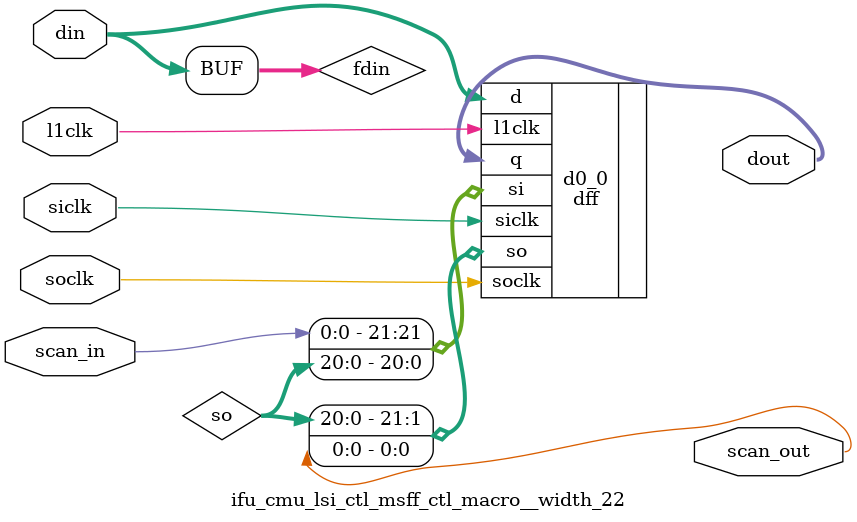
<source format=v>
module ifu_cmu_lsi_ctl (
  tcu_scan_en, 
  l2clk, 
  scan_in, 
  tcu_pce_ov, 
  spc_aclk, 
  spc_bclk, 
  const_cpuid, 
  mct_early_req, 
  ftu_cmiss, 
  ftu_rep_way, 
  ftu_thrx_un_cacheable, 
  ifu_l15_addr, 
  csm_valid_req, 
  l15_spc_data1, 
  l15_spc_cpkt, 
  l15_ifu_valid, 
  l15_ifu_grant, 
  lsu_ifu_ld_index, 
  cmu_fill_paddr, 
  mdp_lsi_nc_bit, 
  mdp_lsi_inv_bit, 
  mdp_lsi_rway, 
  lsu_ifu_cmu_pmen, 
  lsc_fill_rtn1, 
  lsc_fill_rtn2, 
  lsc_req_sel, 
  lsc_pending_req, 
  lsc_l15_valid, 
  lsc_data_sel, 
  cmu_any_data_ready, 
  cmu_any_un_cacheable, 
  cmu_data_ready, 
  cmu_inst0_v, 
  cmu_inst1_v, 
  cmu_inst2_v, 
  cmu_inst3_v, 
  cmu_icache_invalidate, 
  cmu_icache_invalidate_way, 
  cmu_icache_invalidate_index, 
  cmu_evic_invalidate, 
  cmu_icache_inv_way1, 
  cmu_inval_ack, 
  cmu_l2_err, 
  cmu_l2miss, 
  ifu_l15_valid, 
  ifu_l15_cpkt, 
  lsc_clken, 
  ifu_lsu_if_vld, 
  ifu_lsu_if_tid, 
  ifu_lsu_if_addr, 
  scan_out) ;
wire pce_ov;
wire stop;
wire siclk;
wire soclk;
wire se;
wire l1clk;
wire go_to_l15_empty;
wire l15_one_buff_state;
wire l15_empty_state;
wire leave_l15_empty;
wire next_l15_empty;
wire next_l15_empty_;
wire empty_state_reg_scanin;
wire empty_state_reg_scanout;
wire l15_empty_state_;
wire go_to_l15_one_buff;
wire l15_hold_state;
wire leave_l15_one_buff;
wire next_l15_one_buff;
wire one_buff_state_reg_scanin;
wire one_buff_state_reg_scanout;
wire go_to_l15_hold;
wire leave_l15_hold;
wire next_l15_hold;
wire l15_hold_state_reg_scanin;
wire l15_hold_state_reg_scanout;
wire gkt_room_avail_in;
wire [7:0] csm_rqv;
wire lsc_early_req;
wire [2:0] req_sel_tid;
wire [2:0] cmiss_tid;
wire ifu_l15_valid_in;
wire [7:0] lsc_l15_valid_in;
wire [2:0] ifu_l15_tid_in;
wire [2:0] ifu_l15_rway_in;
wire ifu_l15_nc_in;
wire ifu_l15_inv_in;
wire tg0_selected_in;
wire tg1_selected_in;
wire ifu_l15_valid_reg_scanin;
wire ifu_l15_valid_reg_scanout;
wire tg0_selected;
wire tg1_selected;
wire lsc_l15_valid_reg_scanin;
wire lsc_l15_valid_reg_scanout;
wire [7:0] lsc_l15_pre_valid;
wire lsc_req_sel_reg_scanin;
wire lsc_req_sel_reg_scanout;
wire [7:0] lsc_req_sel_lat;
wire lsc_cpkt_reg_scanin;
wire lsc_cpkt_reg_scanout;
wire [2:0] cpuid;
wire [2:0] ifu_l15_rway;
wire ifu_l15_nc;
wire ifu_l15_inv;
wire [2:0] ifu_l15_tid;
wire ifu_lsu_lat_scanin;
wire ifu_lsu_lat_scanout;
wire favor_tg1_in;
wire favor_tg1;
wire favour_bit_reg_scanin;
wire favour_bit_reg_scanout;
wire [3:0] thr_ptr0;
wire [3:0] thr_ptr0_lat;
wire thr_ptr0_lat_0_;
wire [7:4] thr_ptr1;
wire [7:4] thr_ptr1_lat;
wire thr_ptr1_lat_4_;
wire thr_ptr0_0_;
wire thr_ptr1_4_;
wire ptr0_reg_scanin;
wire ptr0_reg_scanout;
wire ptr1_reg_scanin;
wire ptr1_reg_scanout;
wire [7:0] req_bit;
wire tg0_valid;
wire tg1_valid;
wire sel_tg1;
wire reg_pmen_scanin;
wire reg_pmen_scanout;
wire ifu_pmen;
wire [3:0] l15_rtn_type;
wire fill_return;
wire cmu_nc_f4b;
wire second_pkt;
wire second_pkt_in;
wire sec_pkt_lat_scanin;
wire sec_pkt_lat_scanout;
wire [1:0] cmu_l2_err_pkt1_in;
wire stg_r1_lat0_scanin;
wire stg_r1_lat0_scanout;
wire [1:0] cmu_l2_err_pkt1;
wire cmu_l2miss_in;
wire cmu_inst0_v_in;
wire cmu_inst1_v_in;
wire cmu_inst2_v_in;
wire cmu_inst3_v_in;
wire cmu_inst_reg_scanin;
wire cmu_inst_reg_scanout;
wire [31:0] store_inval_vector;
wire [31:0] evic_inv_vec_0;
wire [31:0] evic_inv_vec_1;
wire take_strm_store_ack;
wire take_store_ack;
wire take_inval_ack;
wire take_load_return;
wire take_evic_inv;
wire [7:0] cmu_inval_ack_din;
wire [3:0] inv_vector;
wire evic_i_inv_0_true;
wire [2:0] evic_inv_way0;
wire evic_i_inv_1_true;
wire [2:0] evic_inv_way1;
wire str_strm_invalidate;
wire cross_invalidate;
wire evic_invalidate_w0;
wire evic_invalidate_w1;
wire evic_invalidate_w01;
wire evic_invalidate_any;
wire [2:0] evic_way0;
wire [10:5] evic_index;
wire cmu_icache_invalidate_din;
wire [2:0] cmu_icache_invalidate_way_din;
wire [10:5] cmu_icache_invalidate_index_din;
wire cmu_evic_invalidate_din;
wire [2:0] cmu_icache_inv_way1_din;
wire stg_r1_lat_scanin;
wire stg_r1_lat_scanout;
wire [23:0] l15_spc_data_55_32_unused;
wire [15:0] l15_spc_data_111_96_unused;
wire [4:0] l15_spc_data_121_117_unused;
wire [2:0] l15_spc_data_127_125_unused;
wire [1:0] l15_spc_cpkt_1_0_unused;
wire l15_spc_cpkt_13_unused;
wire spares_so_0;
wire spares_scanout;
wire spares_scanin;
wire out;
wire q;


input tcu_scan_en ;
input l2clk;
input scan_in;
input tcu_pce_ov;               // scan signals
input spc_aclk;
input spc_bclk;

input [2:0]   const_cpuid;
input mct_early_req;
input [7:0] ftu_cmiss;                //from ftu tsm
input [2:0]   ftu_rep_way;            // incoming replacement way from ftu
input         ftu_thrx_un_cacheable;  // incoming cacheable bit from ftu


input [10:5]  ifu_l15_addr;
input [7:0]   csm_valid_req;


input [127:0] l15_spc_data1;
input [17:0]  l15_spc_cpkt;
input         l15_ifu_valid;
input         l15_ifu_grant;           //ACK from gkt when req is accepted

input [10:5]  lsu_ifu_ld_index;        // on a load retn, lsu sends load index for cross invalidates, 

input [4:2]   cmu_fill_paddr;      //bits {4,3,2} of the fill phys addr

input         mdp_lsi_nc_bit;          // Cacheable bit from Missbuffer
input         mdp_lsi_inv_bit;         // Inv req bit from Missbuffer
input [2:0]   mdp_lsi_rway;            // way information from missbuffer

input         lsu_ifu_cmu_pmen;


output        lsc_fill_rtn1;            //enable for fill ready data to lsi_dp
output        lsc_fill_rtn2;            //enable for fill ready data to lsi_dp
output [7:0]  lsc_req_sel;              // selected thread from pending requests
output        lsc_pending_req;
output [7:0]  lsc_l15_valid;             //req for thr0 ACKed by LSU, to TSM (indicates req accepted)

output [7:0]  lsc_data_sel;            // decoded selects for muxing out instructions


output        cmu_any_data_ready;
output        cmu_any_un_cacheable;

output [7:0]  cmu_data_ready;          //data ready for thr0

output        cmu_inst0_v;          // valid for instruction 0
output        cmu_inst1_v;          // valid for instruction 1
output        cmu_inst2_v;          // valid for instruction 2
output        cmu_inst3_v;          // valid for instruction 3

output        cmu_icache_invalidate;                     //invalidate icache request
output [2:0]  cmu_icache_invalidate_way;          
output [10:5] cmu_icache_invalidate_index;

output        cmu_evic_invalidate;                      // eviction invalidation
output [2:0]  cmu_icache_inv_way1;

output [7:0]  cmu_inval_ack;
output [1:0]  cmu_l2_err;
output        cmu_l2miss;                              // l2miss indicator on rtn pkt

output        ifu_l15_valid;             // ifu_l15_valid, valid pcx pkt
output [7:0] ifu_l15_cpkt;

output        lsc_clken;

// **** LSU Interface ****
output        ifu_lsu_if_vld;
output [2:0]  ifu_lsu_if_tid;
output [10:5] ifu_lsu_if_addr;

output        scan_out;


// scan renames
assign pce_ov = tcu_pce_ov;
assign stop = 1'b0;
assign siclk = spc_aclk;
assign soclk = spc_bclk;
assign se = tcu_scan_en ;
// end scan


///////////////////////////////////////////////////
// clock header
///////////////////////////////////////////////////
ifu_cmu_lsi_ctl_l1clkhdr_ctl_macro clkgen (
 .l2clk(l2clk),
 .l1en (1'b1 ),
 .l1clk(l1clk),
  .pce_ov(pce_ov),
  .stop(stop),
  .se(se)
);

/////////////////////////////////////////////////////////
// Create a state_machine to keep track of L15 buffers //
/////////////////////////////////////////////////////////
// Empty state: L15 has both IFU buffers empty. IFU    //
// can send two requests back to back.                 //
/////////////////////////////////////////////////////////
assign go_to_l15_empty = (l15_one_buff_state & l15_ifu_grant & ~ifu_l15_valid) | 
                         (l15_empty_state    & ~ifu_l15_valid) ;
assign leave_l15_empty = (l15_empty_state    &  ifu_l15_valid) ;

assign next_l15_empty = (go_to_l15_empty & ~leave_l15_empty) ;
assign next_l15_empty_ = ~next_l15_empty ;

ifu_cmu_lsi_ctl_msff_ctl_macro__width_1 empty_state_reg  (
 .scan_in(empty_state_reg_scanin),
 .scan_out(empty_state_reg_scanout),
 .l1clk( l1clk ),
 .din  (next_l15_empty_),
 .dout (l15_empty_state_),
  .siclk(siclk),
  .soclk(soclk)
);

assign l15_empty_state = ~l15_empty_state_ ;

/////////////////////////////////////////////////////////
// One buffer state: L15 has one buffer empty. We can  //
// send only one more request before we get grants.    //
/////////////////////////////////////////////////////////
assign go_to_l15_one_buff = (l15_hold_state  & l15_ifu_grant & ~ifu_l15_valid)     |  // Coming back from hold state
                            (l15_empty_state & ifu_l15_valid)                      |  // Coming from empty state
                            (l15_one_buff_state & ~ifu_l15_valid & ~l15_ifu_grant) |  // Nothing happened: stay in this state
                            (l15_one_buff_state &  ifu_l15_valid &  l15_ifu_grant) ;  // Request accepted and new one issued

assign leave_l15_one_buff = (l15_one_buff_state &  l15_ifu_grant & ~ifu_l15_valid) |
                            (l15_one_buff_state & ~l15_ifu_grant &  ifu_l15_valid) ;                         

assign next_l15_one_buff = go_to_l15_one_buff & ~leave_l15_one_buff ;

ifu_cmu_lsi_ctl_msff_ctl_macro__width_1 one_buff_state_reg  (
 .scan_in(one_buff_state_reg_scanin),
 .scan_out(one_buff_state_reg_scanout),
 .l1clk( l1clk ),
 .din  (next_l15_one_buff),
 .dout (l15_one_buff_state),
  .siclk(siclk),
  .soclk(soclk)
);

/////////////////////////////////////////////////////////
// Hold state: L15 has no more room for IFU requests.  //
// Do not send any more requests until l15_ifu_grant is//
// recieved.                                           //
/////////////////////////////////////////////////////////
assign go_to_l15_hold = (l15_one_buff_state & ifu_l15_valid & ~l15_ifu_grant) |
                        (l15_hold_state     & ifu_l15_valid &  l15_ifu_grant) |
                        (l15_hold_state     & ~l15_ifu_grant) ;

assign leave_l15_hold = (l15_hold_state & ~ifu_l15_valid & l15_ifu_grant) ;

assign next_l15_hold  =  go_to_l15_hold & ~leave_l15_hold ;
ifu_cmu_lsi_ctl_msff_ctl_macro__width_1 l15_hold_state_reg  (
 .scan_in(l15_hold_state_reg_scanin),
 .scan_out(l15_hold_state_reg_scanout),
 .l1clk( l1clk ),
 .din  (next_l15_hold),
 .dout (l15_hold_state),
  .siclk(siclk),
  .soclk(soclk)
);

// ok to send a request to gkt next cycle.
assign gkt_room_avail_in   = next_l15_empty | next_l15_one_buff ;

///////////////////////////////////////////////////
// Select request sent  to gkt.
// If there are no pending requests, and a new request is coming
// in this cycle, then the new request can be sent out to
// gasket next cycle (cycle after C stage).
// This is called "early_request".
// Only cmiss can be an early request. Inval req cannot be sent out
// early.
// If there are pending requests, then the pending request will
// have higher priority and it will get sent out.
// On reset, select_pending_req will be 0.
///////////////////////////////////////////////////

// Qualify the pending requests with the request sent last cycle.
// Thread remains in REQ_ST the cycle it is being launched to
// gkt.
// We do not want it to take part in arbitration again.

//0in bits_on -var {lsc_l15_valid_in[7:0]} -max 1

assign csm_rqv[7:0] = csm_valid_req[7:0] & ~lsc_l15_valid[7:0] ; 

assign lsc_pending_req = |(csm_rqv[7:0]);
assign lsc_early_req = mct_early_req;

assign req_sel_tid[0] = lsc_req_sel[1] | lsc_req_sel[3] | lsc_req_sel[5] | lsc_req_sel[7];
assign req_sel_tid[1] = lsc_req_sel[2] | lsc_req_sel[3] | lsc_req_sel[6] | lsc_req_sel[7];
assign req_sel_tid[2] = lsc_req_sel[4] | lsc_req_sel[5] | lsc_req_sel[6] | lsc_req_sel[7];

assign cmiss_tid[0] = ftu_cmiss[1] | ftu_cmiss[3] | ftu_cmiss[5] | ftu_cmiss[7];
assign cmiss_tid[1] = ftu_cmiss[2] | ftu_cmiss[3] | ftu_cmiss[6] | ftu_cmiss[7];
assign cmiss_tid[2] = ftu_cmiss[4] | ftu_cmiss[5] | ftu_cmiss[6] | ftu_cmiss[7];

assign ifu_l15_valid_in = (lsc_pending_req | lsc_early_req) & gkt_room_avail_in;

assign lsc_l15_valid_in[7:0] = ({8{lsc_pending_req }} & lsc_req_sel[7:0]) |
                               ({8{~lsc_pending_req}} & ftu_cmiss[7:0]);

assign ifu_l15_tid_in[2:0]  =  ({3{lsc_pending_req }} & req_sel_tid[2:0]) |
                               ({3{~lsc_pending_req}} & cmiss_tid[2:0]);

assign ifu_l15_rway_in[2:0] =  ({3{lsc_pending_req }} & mdp_lsi_rway[2:0]) |
                               ({3{~lsc_pending_req}} & ftu_rep_way[2:0]);

assign ifu_l15_nc_in = (lsc_pending_req  & mdp_lsi_nc_bit) |
                       (~lsc_pending_req & ftu_thrx_un_cacheable);

// inval req cannot be sent early
assign ifu_l15_inv_in = lsc_pending_req & mdp_lsi_inv_bit;

assign tg0_selected_in = |(lsc_req_sel[3:0]) & gkt_room_avail_in;
assign tg1_selected_in = |(lsc_req_sel[7:4]) & gkt_room_avail_in;

ifu_cmu_lsi_ctl_msff_ctl_macro__width_3 ifu_l15_valid_reg  (
 .scan_in(ifu_l15_valid_reg_scanin),
 .scan_out(ifu_l15_valid_reg_scanout),
 .l1clk( l1clk ),
 .din  ({ifu_l15_valid_in, tg0_selected_in, tg1_selected_in}),
 .dout ({ifu_l15_valid, tg0_selected, tg1_selected}),
  .siclk(siclk),
  .soclk(soclk)
);

ifu_cmu_lsi_ctl_msff_ctl_macro__width_8 lsc_l15_valid_reg  (
 .scan_in(lsc_l15_valid_reg_scanin),
 .scan_out(lsc_l15_valid_reg_scanout),
 .l1clk( l1clk ),
 .din  (lsc_l15_valid_in[7:0]),
 .dout (lsc_l15_pre_valid[7:0]),
  .siclk(siclk),
  .soclk(soclk)
);

ifu_cmu_lsi_ctl_msff_ctl_macro__width_8 lsc_req_sel_reg  (
 .scan_in(lsc_req_sel_reg_scanin),
 .scan_out(lsc_req_sel_reg_scanout),
 .l1clk( l1clk ),
 .din  (lsc_req_sel[7:0]),
 .dout (lsc_req_sel_lat[7:0]),
  .siclk(siclk),
  .soclk(soclk)
);

ifu_cmu_lsi_ctl_msff_ctl_macro__width_11 lsc_cpkt_reg  (
 .scan_in(lsc_cpkt_reg_scanin),
 .scan_out(lsc_cpkt_reg_scanout),
 .l1clk( l1clk ),
 .din  ({const_cpuid[2:0],  ifu_l15_rway_in[2:0], ifu_l15_nc_in, ifu_l15_inv_in, ifu_l15_tid_in[2:0]}),
 .dout ({cpuid[2:0], ifu_l15_rway[2:0], ifu_l15_nc, ifu_l15_inv, ifu_l15_tid[2:0]}),
  .siclk(siclk),
  .soclk(soclk)
);

assign lsc_l15_valid[7:0] = lsc_l15_pre_valid[7:0] & {8{ifu_l15_valid}};

//assign ifu_l15_cpkt[25:0] = {ifu_l15_valid, ifu_l15_req_type[4:0], ifu_l15_nc, ifu_l15_cpuid[2:0], 
//                             ifu_l15_tid[2:0], ifu_l15_inv, ifu_l15_pf, ifu_l15_rway[2:0], ifu_l15_size[7:0]};

// Actual ifu_l15_cpkt has following fields
// ifu_l15_cpkt[25]   = ifu_l15_valid
// ifu_l15_cpkt[24:20] = ifu_l15_req_type[4:0] = 5'b10000
// ifu_l15_cpkt[19]   = ifu_l15_nc
// ifu_l15_cpkt[18:16] = ifu_l15_cpuid[2:0]
// ifu_l15_cpkt[15:13] = ifu_l15_tid[2:0]
// ifu_l15_cpkt[12]    = ifu_l15_inv
// ifu_l15_cpkt[11]    = ifu_l15_pf = 0
// ifu_l15_cpkt[10:8] = ifu_l15_rway[2:0]
// ifu_l15_cpkt[7:0] = ifu_l15_size[7:0] = 0

// ifu_l15_cpkt is compressed to 8 bits. gkt converts this to final ifu packet
assign ifu_l15_cpkt[7:0] = {ifu_l15_nc, ifu_l15_inv, ifu_l15_rway[2:0], ifu_l15_tid[2:0]};



///////////////////////////////////////////////////
// Generating following signals for LSU cross_invalidate
///////////////////////////////////////////////////
ifu_cmu_lsi_ctl_msff_ctl_macro__width_10 ifu_lsu_lat  (
 .scan_in(ifu_lsu_lat_scanin),
 .scan_out(ifu_lsu_lat_scanout),
 .l1clk( l1clk ),
 .din  ({ifu_l15_valid,
         ifu_l15_tid[2:0],
         ifu_l15_addr[10:5]}),
 .dout ({ifu_lsu_if_vld,
         ifu_lsu_if_tid[2:0],
         ifu_lsu_if_addr[10:5]}),
  .siclk(siclk),
  .soclk(soclk)
);


///////////////////////////////////////////////////
// Logic for selecting pending request
///////////////////////////////////////////////////
// Thread are divided into two groups.
// A single favor bit will select alternatingly between the 2 groups.
// Within a group, the threads will be prioritized based on a 4-bit rotating pointer.
// The pointer always points to the thread with highest priority, and it gets updated
// when a thread gets selected. The pointer updates such that the selected thread will
// have the least priority.

// The group is selected based on a favor bit.
// The favor bit is updated based on what was selected last cycle

assign favor_tg1_in = (favor_tg1 & ~tg1_selected) | tg0_selected;

ifu_cmu_lsi_ctl_msff_ctl_macro__width_1 favour_bit_reg  (
 .scan_in(favour_bit_reg_scanin),
 .scan_out(favour_bit_reg_scanout),
 .l1clk( l1clk ),
 .din  (favor_tg1_in),
 .dout (favor_tg1),
  .siclk(siclk),
  .soclk(soclk)
);

///////////////////////////////////////////////////
// Form the rotating pointer used to prioritize among threads
// The pointer is updated when a thread group is selected, in a way that
// gives the selected thread the least priority
///////////////////////////////////////////////////
assign thr_ptr0[3:0] = tg0_selected ? ({lsc_req_sel_lat[2:0],lsc_req_sel_lat[3]}): {thr_ptr0_lat[3:1],thr_ptr0_lat_0_};
assign thr_ptr1[7:4] = tg1_selected ? ({lsc_req_sel_lat[6:4],lsc_req_sel_lat[7]}): {thr_ptr1_lat[7:5],thr_ptr1_lat_4_};

assign thr_ptr0_0_ = ~thr_ptr0[0];
assign thr_ptr1_4_ = ~thr_ptr1[4];

ifu_cmu_lsi_ctl_msff_ctl_macro__width_4 ptr0_reg  (
 .scan_in(ptr0_reg_scanin),
 .scan_out(ptr0_reg_scanout),
 .l1clk( l1clk ),
 .din  ({thr_ptr0[3:1],thr_ptr0_0_}),
 .dout ({thr_ptr0_lat[3:0]}),
  .siclk(siclk),
  .soclk(soclk)
);

ifu_cmu_lsi_ctl_msff_ctl_macro__width_4 ptr1_reg  (
 .scan_in(ptr1_reg_scanin),
 .scan_out(ptr1_reg_scanout),
 .l1clk( l1clk ),
 .din  ({thr_ptr1[7:5],thr_ptr1_4_}),
 .dout ({thr_ptr1_lat[7:4]}),
  .siclk(siclk),
  .soclk(soclk)
);

assign thr_ptr0_lat_0_ = ~thr_ptr0_lat[0];
assign thr_ptr1_lat_4_ = ~thr_ptr1_lat[4];

///////////////////////////////////////////////////
// select a thread based on the pointer value
///////////////////////////////////////////////////
assign req_bit[0] = (thr_ptr0[1] & ~csm_rqv[1] & ~csm_rqv[2] & ~csm_rqv[3] & csm_rqv[0]) |
                    (thr_ptr0[2] &               ~csm_rqv[2] & ~csm_rqv[3] & csm_rqv[0]) |
                    (thr_ptr0[3] &                             ~csm_rqv[3] & csm_rqv[0]) |
                    (thr_ptr0[0] &                                           csm_rqv[0]);

                    
assign req_bit[1] = (thr_ptr0[2] & ~csm_rqv[2] & ~csm_rqv[3] & ~csm_rqv[0] & csm_rqv[1]) |
                    (thr_ptr0[3] &               ~csm_rqv[3] & ~csm_rqv[0] & csm_rqv[1]) | 
                    (thr_ptr0[0] &                             ~csm_rqv[0] & csm_rqv[1]) |
                    (thr_ptr0[1] &                                           csm_rqv[1]);

                    
assign req_bit[2] = (thr_ptr0[3] & ~csm_rqv[3] & ~csm_rqv[0] & ~csm_rqv[1] & csm_rqv[2]) |
                    (thr_ptr0[0] &               ~csm_rqv[0] & ~csm_rqv[1] & csm_rqv[2]) |
                    (thr_ptr0[1] &                             ~csm_rqv[1] & csm_rqv[2]) |
                    (thr_ptr0[2] &                                           csm_rqv[2]);
                    

assign req_bit[3] = (thr_ptr0[0] & ~csm_rqv[0] & ~csm_rqv[1] & ~csm_rqv[2] & csm_rqv[3]) |
                    (thr_ptr0[1] &               ~csm_rqv[1] & ~csm_rqv[2] & csm_rqv[3]) |
                    (thr_ptr0[2] &                             ~csm_rqv[2] & csm_rqv[3]) |
                    (thr_ptr0[3] &                                           csm_rqv[3]);

                    

assign req_bit[4] = (thr_ptr1[5] & ~csm_rqv[5] & ~csm_rqv[6] & ~csm_rqv[7] & csm_rqv[4]) |
                    (thr_ptr1[6] &               ~csm_rqv[6] & ~csm_rqv[7] & csm_rqv[4]) |
                    (thr_ptr1[7] &                             ~csm_rqv[7] & csm_rqv[4]) |
                    (thr_ptr1[4] &                                           csm_rqv[4]);


assign req_bit[5] = (thr_ptr1[6] & ~csm_rqv[6] & ~csm_rqv[7] & ~csm_rqv[4] & csm_rqv[5]) |
                    (thr_ptr1[7] &               ~csm_rqv[7] & ~csm_rqv[4] & csm_rqv[5]) | 
                    (thr_ptr1[4] &                             ~csm_rqv[4] & csm_rqv[5]) |
                    (thr_ptr1[5] &                                           csm_rqv[5]);
                    

assign req_bit[6] = (thr_ptr1[7] & ~csm_rqv[7] & ~csm_rqv[4] & ~csm_rqv[5] & csm_rqv[6]) |
                    (thr_ptr1[4] &               ~csm_rqv[4] & ~csm_rqv[5] & csm_rqv[6]) |
                    (thr_ptr1[5] &                             ~csm_rqv[5] & csm_rqv[6]) |
                    (thr_ptr1[6] &                                           csm_rqv[6]);
 

assign req_bit[7] = (thr_ptr1[4] & ~csm_rqv[4] & ~csm_rqv[5] & ~csm_rqv[6] & csm_rqv[7]) |
                    (thr_ptr1[5] &               ~csm_rqv[5] & ~csm_rqv[6] & csm_rqv[7]) |
                    (thr_ptr1[6] &                             ~csm_rqv[6] & csm_rqv[7]) |
                    (thr_ptr1[7] &                                           csm_rqv[7]);


// select the req based on favor bits
assign tg0_valid = |(csm_rqv[3:0]);
assign tg1_valid = |(csm_rqv[7:4]);

assign sel_tg1 = (favor_tg1_in & tg1_valid) | ~tg0_valid;

assign lsc_req_sel[7:0] = ({8{sel_tg1}} & {req_bit[7:4],4'b0000}) |
                          ({8{~sel_tg1}} & {4'b0000,req_bit[3:0]});

// update tg0/tg1 pointers

///////////////////////////////////////////////////
///////////////////////////////////////////////////

///////////////////////////////////////////////////
// RETURN DATA TO IFU
///////////////////////////////////////////////////
// Decode l15_rtn_type opcode and generate enables
// for fill data registers in DP block.
///////////////////////////////////////////////////
ifu_cmu_lsi_ctl_msff_ctl_macro__width_1 reg_pmen  (
 .scan_in(reg_pmen_scanin),
 .scan_out(reg_pmen_scanout),
 .l1clk( l1clk ),
 .din  (lsu_ifu_cmu_pmen),
 .dout (ifu_pmen),
  .siclk(siclk),
  .soclk(soclk)
);

// decode return pkt

assign lsc_clken = l15_ifu_valid | ~ifu_pmen;

assign l15_rtn_type[3:0] = l15_spc_cpkt[17:14];

assign fill_return = ~l15_rtn_type[2] & ~l15_rtn_type[1] & l15_rtn_type[0] & l15_ifu_valid; 

assign cmu_nc_f4b = l15_spc_cpkt[9] & l15_spc_cpkt[2];

assign lsc_fill_rtn1 = fill_return & ~second_pkt;
assign lsc_fill_rtn2 = (fill_return & second_pkt) | (fill_return & cmu_nc_f4b);

// set up state for second pkt of a two pkt ifill return.
// non-cacheable and f4b ifill returns (nc_f4b_r0) are single pkt.
assign second_pkt_in = ((second_pkt & ~fill_return) | (~second_pkt & fill_return & ~cmu_nc_f4b)) & ~(second_pkt & fill_return);
 
ifu_cmu_lsi_ctl_msff_ctl_macro__width_1 sec_pkt_lat  (
 .scan_in(sec_pkt_lat_scanin),
 .scan_out(sec_pkt_lat_scanout),
 .l1clk(l1clk),
 .din  (second_pkt_in),
 .dout (second_pkt),
  .siclk(siclk),
  .soclk(soclk)
);
 

assign cmu_data_ready[0] = ~l15_spc_cpkt[8] & ~l15_spc_cpkt[7] & ~l15_spc_cpkt[6] & lsc_fill_rtn2;
assign cmu_data_ready[1] = ~l15_spc_cpkt[8] & ~l15_spc_cpkt[7] &  l15_spc_cpkt[6] & lsc_fill_rtn2;
assign cmu_data_ready[2] = ~l15_spc_cpkt[8] &  l15_spc_cpkt[7] & ~l15_spc_cpkt[6] & lsc_fill_rtn2;
assign cmu_data_ready[3] = ~l15_spc_cpkt[8] &  l15_spc_cpkt[7] &  l15_spc_cpkt[6] & lsc_fill_rtn2;
assign cmu_data_ready[4] =  l15_spc_cpkt[8] & ~l15_spc_cpkt[7] & ~l15_spc_cpkt[6] & lsc_fill_rtn2;
assign cmu_data_ready[5] =  l15_spc_cpkt[8] & ~l15_spc_cpkt[7] &  l15_spc_cpkt[6] & lsc_fill_rtn2;
assign cmu_data_ready[6] =  l15_spc_cpkt[8] &  l15_spc_cpkt[7] & ~l15_spc_cpkt[6] & lsc_fill_rtn2;
assign cmu_data_ready[7] =  l15_spc_cpkt[8] &  l15_spc_cpkt[7] &  l15_spc_cpkt[6] & lsc_fill_rtn2;


assign cmu_any_data_ready = lsc_fill_rtn2;
assign cmu_any_un_cacheable = l15_spc_cpkt[9];

///////////////////////////////////////////////////
// decode l2 err and l2 miss and send to ifu
///////////////////////////////////////////////////
//assign cmu_l2_err[1:0] = l15_spc_cpkt[11:10];

assign cmu_l2_err_pkt1_in[1:0] = ({2{lsc_fill_rtn1}} & l15_spc_cpkt[11:10]) & ~{2{lsc_fill_rtn2}};


ifu_cmu_lsi_ctl_msff_ctl_macro__width_2 stg_r1_lat0  (
 .scan_in(stg_r1_lat0_scanin),
 .scan_out(stg_r1_lat0_scanout),
 .l1clk( l1clk ),
 .din  (cmu_l2_err_pkt1_in[1:0]),
 .dout (cmu_l2_err_pkt1[1:0]),
  .siclk(siclk),
  .soclk(soclk)
);

// l2 err
// 00 - no err, 01 - correctable, 10 - uncorrectable, 11 - not data
// report the worst offense if the two packets have different errors
// not_data > uncorrectable > correctable > no err


assign cmu_l2_err[1] = l15_spc_cpkt[11] | cmu_l2_err_pkt1[1];
assign cmu_l2_err[0] = ( l15_spc_cpkt[11]   &  l15_spc_cpkt[10]) |
                       ( cmu_l2_err_pkt1[1] &  cmu_l2_err_pkt1[0]) |
                       (~l15_spc_cpkt[11]   &  cmu_l2_err_pkt1[0]) |
                       ( l15_spc_cpkt[10]   & ~cmu_l2_err_pkt1[1]);



//assign cmu_l2_err[1:0] = (l15_spc_cpkt[11:10] | cmu_l2_err_pkt1[1:0]);



// l2miss is asserted on the first packet only.

assign cmu_l2miss_in = lsc_fill_rtn1 & l15_spc_cpkt[12];


///////////////////////////////////////////////////
// Word selects for muxing out instructions
///////////////////////////////////////////////////
assign cmu_inst0_v_in = lsc_fill_rtn2;
assign cmu_inst1_v_in = ~(cmu_fill_paddr[4] & cmu_fill_paddr[3] & cmu_fill_paddr[2]) & ~cmu_nc_f4b & lsc_fill_rtn2;
assign cmu_inst2_v_in = ~(cmu_fill_paddr[4] & cmu_fill_paddr[3]) & ~cmu_nc_f4b & lsc_fill_rtn2;
assign cmu_inst3_v_in = ~((cmu_fill_paddr[4] & cmu_fill_paddr[2]) | (cmu_fill_paddr[4] & cmu_fill_paddr[3])) & 
                        ~cmu_nc_f4b & lsc_fill_rtn2;


ifu_cmu_lsi_ctl_msff_ctl_macro__width_4 cmu_inst_reg  (
 .scan_in(cmu_inst_reg_scanin),
 .scan_out(cmu_inst_reg_scanout),
 .l1clk( l1clk ),
 .din  ({cmu_inst0_v_in, cmu_inst1_v_in, cmu_inst2_v_in, cmu_inst3_v_in}),
 .dout ({cmu_inst0_v, cmu_inst1_v, cmu_inst2_v, cmu_inst3_v}),
  .siclk(siclk),
  .soclk(soclk)
);

///////////////////////////////////////////////////
// Generate decodes for muxing out instructions
///////////////////////////////////////////////////
assign lsc_data_sel[0] = ~cmu_fill_paddr[4] & ~cmu_fill_paddr[3] & ~cmu_fill_paddr[2];
assign lsc_data_sel[1] = ~cmu_fill_paddr[4] & ~cmu_fill_paddr[3] &  cmu_fill_paddr[2];
assign lsc_data_sel[2] = ~cmu_fill_paddr[4] &  cmu_fill_paddr[3] & ~cmu_fill_paddr[2];
assign lsc_data_sel[3] = ~cmu_fill_paddr[4] &  cmu_fill_paddr[3] &  cmu_fill_paddr[2];
assign lsc_data_sel[4] =  cmu_fill_paddr[4] & ~cmu_fill_paddr[3] & ~cmu_fill_paddr[2];
assign lsc_data_sel[5] =  cmu_fill_paddr[4] & ~cmu_fill_paddr[3] &  cmu_fill_paddr[2];
assign lsc_data_sel[6] =  cmu_fill_paddr[4] &  cmu_fill_paddr[3] & ~cmu_fill_paddr[2];
assign lsc_data_sel[7] =  cmu_fill_paddr[4] &  cmu_fill_paddr[3] &  cmu_fill_paddr[2];


///////////////////////////////////////////////////
// Cache Invalidation 
///////////////////////////////////////////////////
assign store_inval_vector[31:0] = l15_spc_data1[95:64];
assign evic_inv_vec_0[31:0] = l15_spc_data1[31:0];
assign evic_inv_vec_1[31:0] = l15_spc_data1[87:56];


assign take_strm_store_ack = (~l15_rtn_type[3] &  l15_rtn_type[2] &  l15_rtn_type[1] & ~l15_rtn_type[0]) & l15_ifu_valid;
assign take_store_ack      = (~l15_rtn_type[3] &  l15_rtn_type[2] & ~l15_rtn_type[1] & ~l15_rtn_type[0] & 
                              ~l15_spc_data1[124] & ~l15_spc_data1[123]) & l15_ifu_valid;
assign take_inval_ack      = (~l15_rtn_type[3] &  l15_rtn_type[2] & ~l15_rtn_type[1] & ~l15_rtn_type[0] & 
                              l15_spc_data1[124] & ~l15_spc_data1[123]) & l15_ifu_valid;
assign take_load_return    = (~l15_rtn_type[3] & ~l15_rtn_type[2] & ~l15_rtn_type[1] & ~l15_rtn_type[0]) & l15_ifu_valid;
assign take_evic_inv       = (~l15_rtn_type[3] & ~l15_rtn_type[2] &  l15_rtn_type[1] &  l15_rtn_type[0]) & l15_ifu_valid;


assign cmu_inval_ack_din[0] = take_inval_ack & (~l15_spc_cpkt[8] & ~l15_spc_cpkt[7] & ~l15_spc_cpkt[6]);
assign cmu_inval_ack_din[1] = take_inval_ack & (~l15_spc_cpkt[8] & ~l15_spc_cpkt[7] &  l15_spc_cpkt[6]);
assign cmu_inval_ack_din[2] = take_inval_ack & (~l15_spc_cpkt[8] &  l15_spc_cpkt[7] & ~l15_spc_cpkt[6]);
assign cmu_inval_ack_din[3] = take_inval_ack & (~l15_spc_cpkt[8] &  l15_spc_cpkt[7] &  l15_spc_cpkt[6]);
assign cmu_inval_ack_din[4] = take_inval_ack & ( l15_spc_cpkt[8] & ~l15_spc_cpkt[7] & ~l15_spc_cpkt[6]);
assign cmu_inval_ack_din[5] = take_inval_ack & ( l15_spc_cpkt[8] & ~l15_spc_cpkt[7] &  l15_spc_cpkt[6]);
assign cmu_inval_ack_din[6] = take_inval_ack & ( l15_spc_cpkt[8] &  l15_spc_cpkt[7] & ~l15_spc_cpkt[6]);
assign cmu_inval_ack_din[7] = take_inval_ack & ( l15_spc_cpkt[8] &  l15_spc_cpkt[7] &  l15_spc_cpkt[6]);

assign inv_vector[0] =  ( (~cpuid[2] & ~cpuid[1] & ~cpuid[0]) & store_inval_vector[0]
                        | (~cpuid[2] & ~cpuid[1] &  cpuid[0]) & store_inval_vector[4]
                        | (~cpuid[2] &  cpuid[1] & ~cpuid[0]) & store_inval_vector[8]
                        | (~cpuid[2] &  cpuid[1] &  cpuid[0]) & store_inval_vector[12]
                        | ( cpuid[2] & ~cpuid[1] & ~cpuid[0]) & store_inval_vector[16]
                        | ( cpuid[2] & ~cpuid[1] &  cpuid[0]) & store_inval_vector[20]
                        | ( cpuid[2] &  cpuid[1] & ~cpuid[0]) & store_inval_vector[24]
                        | ( cpuid[2] &  cpuid[1] &  cpuid[0]) & store_inval_vector[28]);

assign inv_vector[1] = ( (~cpuid[2] & ~cpuid[1] & ~cpuid[0]) & store_inval_vector[1]
                       | (~cpuid[2] & ~cpuid[1] &  cpuid[0]) & store_inval_vector[5]
                       | (~cpuid[2] &  cpuid[1] & ~cpuid[0]) & store_inval_vector[9]
                       | (~cpuid[2] &  cpuid[1] &  cpuid[0]) & store_inval_vector[13]
                       | ( cpuid[2] & ~cpuid[1] & ~cpuid[0]) & store_inval_vector[17]
                       | ( cpuid[2] & ~cpuid[1] &  cpuid[0]) & store_inval_vector[21]
                       | ( cpuid[2] &  cpuid[1] & ~cpuid[0]) & store_inval_vector[25]
                       | ( cpuid[2] &  cpuid[1] &  cpuid[0]) & store_inval_vector[29]);

assign inv_vector[2] = ( (~cpuid[2] & ~cpuid[1] & ~cpuid[0]) & store_inval_vector[2]
                       | (~cpuid[2] & ~cpuid[1] &  cpuid[0]) & store_inval_vector[6]
                       | (~cpuid[2] &  cpuid[1] & ~cpuid[0]) & store_inval_vector[10]
                       | (~cpuid[2] &  cpuid[1] &  cpuid[0]) & store_inval_vector[14]
                       | ( cpuid[2] & ~cpuid[1] & ~cpuid[0]) & store_inval_vector[18]
                       | ( cpuid[2] & ~cpuid[1] &  cpuid[0]) & store_inval_vector[22]
                       | ( cpuid[2] &  cpuid[1] & ~cpuid[0]) & store_inval_vector[26]
                       | ( cpuid[2] &  cpuid[1] &  cpuid[0]) & store_inval_vector[30]);

assign inv_vector[3] = ( (~cpuid[2] & ~cpuid[1] & ~cpuid[0]) & store_inval_vector[3]
                       | (~cpuid[2] & ~cpuid[1] &  cpuid[0]) & store_inval_vector[7]
                       | (~cpuid[2] &  cpuid[1] & ~cpuid[0]) & store_inval_vector[11]
                       | (~cpuid[2] &  cpuid[1] &  cpuid[0]) & store_inval_vector[15]
                       | ( cpuid[2] & ~cpuid[1] & ~cpuid[0]) & store_inval_vector[19]
                       | ( cpuid[2] & ~cpuid[1] &  cpuid[0]) & store_inval_vector[23]
                       | ( cpuid[2] &  cpuid[1] & ~cpuid[0]) & store_inval_vector[27]
                       | ( cpuid[2] &  cpuid[1] &  cpuid[0]) & store_inval_vector[31]);

// **************************************************

assign evic_i_inv_0_true =  ( (~cpuid[2] & ~cpuid[1] & ~cpuid[0]) & evic_inv_vec_0[0]
                            | (~cpuid[2] & ~cpuid[1] &  cpuid[0]) & evic_inv_vec_0[4]
                            | (~cpuid[2] &  cpuid[1] & ~cpuid[0]) & evic_inv_vec_0[8]
                            | (~cpuid[2] &  cpuid[1] &  cpuid[0]) & evic_inv_vec_0[12]
                            | ( cpuid[2] & ~cpuid[1] & ~cpuid[0]) & evic_inv_vec_0[16]
                            | ( cpuid[2] & ~cpuid[1] &  cpuid[0]) & evic_inv_vec_0[20]
                            | ( cpuid[2] &  cpuid[1] & ~cpuid[0]) & evic_inv_vec_0[24]
                            | ( cpuid[2] &  cpuid[1] &  cpuid[0]) & evic_inv_vec_0[28]);

assign evic_inv_way0[0] = ( (~cpuid[2] & ~cpuid[1] & ~cpuid[0]) & evic_inv_vec_0[1]
                            | (~cpuid[2] & ~cpuid[1] &  cpuid[0]) & evic_inv_vec_0[5]
                            | (~cpuid[2] &  cpuid[1] & ~cpuid[0]) & evic_inv_vec_0[9]
                            | (~cpuid[2] &  cpuid[1] &  cpuid[0]) & evic_inv_vec_0[13]
                            | ( cpuid[2] & ~cpuid[1] & ~cpuid[0]) & evic_inv_vec_0[17]
                            | ( cpuid[2] & ~cpuid[1] &  cpuid[0]) & evic_inv_vec_0[21]
                            | ( cpuid[2] &  cpuid[1] & ~cpuid[0]) & evic_inv_vec_0[25]
                            | ( cpuid[2] &  cpuid[1] &  cpuid[0]) & evic_inv_vec_0[29]);

assign evic_inv_way0[1] = ( (~cpuid[2] & ~cpuid[1] & ~cpuid[0]) & evic_inv_vec_0[2]
                            | (~cpuid[2] & ~cpuid[1] &  cpuid[0]) & evic_inv_vec_0[6]
                            | (~cpuid[2] &  cpuid[1] & ~cpuid[0]) & evic_inv_vec_0[10]
                            | (~cpuid[2] &  cpuid[1] &  cpuid[0]) & evic_inv_vec_0[14]
                            | ( cpuid[2] & ~cpuid[1] & ~cpuid[0]) & evic_inv_vec_0[18]
                            | ( cpuid[2] & ~cpuid[1] &  cpuid[0]) & evic_inv_vec_0[22]
                            | ( cpuid[2] &  cpuid[1] & ~cpuid[0]) & evic_inv_vec_0[26]
                            | ( cpuid[2] &  cpuid[1] &  cpuid[0]) & evic_inv_vec_0[30]);

assign evic_inv_way0[2] = ( (~cpuid[2] & ~cpuid[1] & ~cpuid[0]) & evic_inv_vec_0[3]
                            | (~cpuid[2] & ~cpuid[1] &  cpuid[0]) & evic_inv_vec_0[7]
                            | (~cpuid[2] &  cpuid[1] & ~cpuid[0]) & evic_inv_vec_0[11]
                            | (~cpuid[2] &  cpuid[1] &  cpuid[0]) & evic_inv_vec_0[15]
                            | ( cpuid[2] & ~cpuid[1] & ~cpuid[0]) & evic_inv_vec_0[19]
                            | ( cpuid[2] & ~cpuid[1] &  cpuid[0]) & evic_inv_vec_0[23]
                            | ( cpuid[2] &  cpuid[1] & ~cpuid[0]) & evic_inv_vec_0[27]
                            | ( cpuid[2] &  cpuid[1] &  cpuid[0]) & evic_inv_vec_0[31]);

// **************************************************
assign evic_i_inv_1_true =  ( (~cpuid[2] & ~cpuid[1] & ~cpuid[0]) & evic_inv_vec_1[0]
                            | (~cpuid[2] & ~cpuid[1] &  cpuid[0]) & evic_inv_vec_1[4]
                            | (~cpuid[2] &  cpuid[1] & ~cpuid[0]) & evic_inv_vec_1[8]
                            | (~cpuid[2] &  cpuid[1] &  cpuid[0]) & evic_inv_vec_1[12]
                            | ( cpuid[2] & ~cpuid[1] & ~cpuid[0]) & evic_inv_vec_1[16]
                            | ( cpuid[2] & ~cpuid[1] &  cpuid[0]) & evic_inv_vec_1[20]
                            | ( cpuid[2] &  cpuid[1] & ~cpuid[0]) & evic_inv_vec_1[24]
                            | ( cpuid[2] &  cpuid[1] &  cpuid[0]) & evic_inv_vec_1[28]);

assign evic_inv_way1[0] = ( (~cpuid[2] & ~cpuid[1] & ~cpuid[0]) & evic_inv_vec_1[1]
                          | (~cpuid[2] & ~cpuid[1] &  cpuid[0]) & evic_inv_vec_1[5]
                          | (~cpuid[2] &  cpuid[1] & ~cpuid[0]) & evic_inv_vec_1[9]
                          | (~cpuid[2] &  cpuid[1] &  cpuid[0]) & evic_inv_vec_1[13]
                          | ( cpuid[2] & ~cpuid[1] & ~cpuid[0]) & evic_inv_vec_1[17]
                          | ( cpuid[2] & ~cpuid[1] &  cpuid[0]) & evic_inv_vec_1[21]
                          | ( cpuid[2] &  cpuid[1] & ~cpuid[0]) & evic_inv_vec_1[25]
                          | ( cpuid[2] &  cpuid[1] &  cpuid[0]) & evic_inv_vec_1[29]);

assign evic_inv_way1[1] = ( (~cpuid[2] & ~cpuid[1] & ~cpuid[0]) & evic_inv_vec_1[2]
                          | (~cpuid[2] & ~cpuid[1] &  cpuid[0]) & evic_inv_vec_1[6]
                          | (~cpuid[2] &  cpuid[1] & ~cpuid[0]) & evic_inv_vec_1[10]
                          | (~cpuid[2] &  cpuid[1] &  cpuid[0]) & evic_inv_vec_1[14]
                          | ( cpuid[2] & ~cpuid[1] & ~cpuid[0]) & evic_inv_vec_1[18]
                          | ( cpuid[2] & ~cpuid[1] &  cpuid[0]) & evic_inv_vec_1[22]
                          | ( cpuid[2] &  cpuid[1] & ~cpuid[0]) & evic_inv_vec_1[26]
                          | ( cpuid[2] &  cpuid[1] &  cpuid[0]) & evic_inv_vec_1[30]);

assign evic_inv_way1[2] = ( (~cpuid[2] & ~cpuid[1] & ~cpuid[0]) & evic_inv_vec_1[3]
                          | (~cpuid[2] & ~cpuid[1] &  cpuid[0]) & evic_inv_vec_1[7]
                          | (~cpuid[2] &  cpuid[1] & ~cpuid[0]) & evic_inv_vec_1[11]
                          | (~cpuid[2] &  cpuid[1] &  cpuid[0]) & evic_inv_vec_1[15]
                          | ( cpuid[2] & ~cpuid[1] & ~cpuid[0]) & evic_inv_vec_1[19]
                          | ( cpuid[2] & ~cpuid[1] &  cpuid[0]) & evic_inv_vec_1[23]
                          | ( cpuid[2] &  cpuid[1] & ~cpuid[0]) & evic_inv_vec_1[27]
                          | ( cpuid[2] &  cpuid[1] &  cpuid[0]) & evic_inv_vec_1[31]);

//0in bits_on -var {str_strm_invalidate, cross_invalidate} -max 1
assign str_strm_invalidate = (take_strm_store_ack | take_store_ack) & inv_vector[0];
assign cross_invalidate = take_load_return & l15_spc_cpkt[5];       // way valid


assign evic_invalidate_w0  = take_evic_inv &  evic_i_inv_0_true & ~evic_i_inv_1_true;
assign evic_invalidate_w1  = take_evic_inv & ~evic_i_inv_0_true &  evic_i_inv_1_true;
assign evic_invalidate_w01 = take_evic_inv &  evic_i_inv_0_true &  evic_i_inv_1_true;
assign evic_invalidate_any = take_evic_inv & (evic_i_inv_0_true | evic_i_inv_1_true);

assign evic_way0[2:0] = (evic_inv_way0[2:0] & {3{evic_invalidate_w0}}) |
                        (evic_inv_way1[2:0] & {3{evic_invalidate_w1}}) |
                        (evic_inv_way0[2:0] & {3{evic_invalidate_w01}});

assign evic_index[10:5] = ({l15_spc_data1[116:112], 1'b0} & {6{evic_invalidate_w01}}) |
                          ({l15_spc_data1[116:112], 1'b0} & {6{evic_invalidate_w0}}) |
                          ({l15_spc_data1[116:112], 1'b1} & {6{evic_invalidate_w1}}) ;

assign cmu_icache_invalidate_din = str_strm_invalidate | cross_invalidate | evic_invalidate_any;
assign cmu_icache_invalidate_way_din[2:0] = (inv_vector[3:1] & {3{str_strm_invalidate}}) |
                                            (l15_spc_cpkt[4:2] & {3{cross_invalidate}}) |
                                            (evic_way0[2:0] & {3{evic_invalidate_any}});
assign cmu_icache_invalidate_index_din[10:5] = ({l15_spc_data1[116:112], l15_spc_data1[122]} & {6{str_strm_invalidate}}) |
                                               ({l15_spc_data1[116:112], l15_spc_data1[122]} & {6{take_inval_ack}}) |
                                               (lsu_ifu_ld_index[10:5] & {6{cross_invalidate}}) |
                                               (evic_index[10:5] & {6{evic_invalidate_any}});

assign cmu_evic_invalidate_din = evic_invalidate_w01;
assign cmu_icache_inv_way1_din[2:0] = evic_inv_way1[2:0];

ifu_cmu_lsi_ctl_msff_ctl_macro__width_22 stg_r1_lat  (
 .scan_in(stg_r1_lat_scanin),
 .scan_out(stg_r1_lat_scanout),
 .l1clk(l1clk ),
 .din  ({cmu_icache_invalidate_din,
         cmu_icache_invalidate_way_din[2:0],
         cmu_icache_invalidate_index_din[10:5],
         cmu_icache_inv_way1_din[2:0],
         cmu_evic_invalidate_din,
         cmu_inval_ack_din[7:0]}),
 .dout  ({cmu_icache_invalidate,
         cmu_icache_invalidate_way[2:0],
         cmu_icache_invalidate_index[10:5],
         cmu_icache_inv_way1[2:0],
         cmu_evic_invalidate,
          cmu_inval_ack[7:0]}),
  .siclk(siclk),
  .soclk(soclk)
);

assign l15_spc_data_55_32_unused[23:0] = l15_spc_data1[55:32];
assign l15_spc_data_111_96_unused[15:0] = l15_spc_data1[111:96];
assign l15_spc_data_121_117_unused[4:0] = l15_spc_data1[121:117];
assign l15_spc_data_127_125_unused[2:0] = l15_spc_data1[127:125];
assign l15_spc_cpkt_1_0_unused[1:0] = l15_spc_cpkt[1:0];
assign l15_spc_cpkt_13_unused = l15_spc_cpkt[13];

                                                      
////////////////////////////////////////////////////////
// SPARE CELLS
////////////////////////////////////////////////////////
//spare_ctl_macro spares (num=2) (
//	.scan_in(spares_scanin),
//	.scan_out(spares_scanout),
//	.l1clk	(l1clk)
//);
////////////////////////////////////////////////////////
// Flatten spare cells
  cl_sc1_msff_8x spares_spare0_flop ( .l1clk(l1clk), .siclk(siclk), .soclk(soclk), 
        .d(cmu_l2miss_in), .q(cmu_l2miss), .si(stg_r1_lat_scanout), .so(spares_so_0) );
  cl_u1_buf_32x spares_spare0_buf_32x ( .in(1'b1),
  .out(out) );
  cl_u1_nand3_8x spares_spare0_nand3_8x ( .in0(1'b1), .in1(1'b1), .in2(1'b1),
  .out(out) );
  cl_u1_inv_8x spares_spare0_inv_8x ( .in(1'b1),
  .out(out) );
  cl_u1_aoi22_4x spares_spare0_aoi22_4x ( .in00(1'b1), .in01(1'b1), .in10(1'b1), .in11(1'b1),
  .out(out) );
  cl_u1_buf_8x spares_spare0_buf_8x ( .in(1'b1),
  .out(out) );
  cl_u1_oai22_4x spares_spare0_oai22_4x ( .in00(1'b1), .in01(1'b1), .in10(1'b1), .in11(1'b1),
  .out(out) );
  cl_u1_inv_16x spares_spare0_inv_16x ( .in(1'b1),
  .out(out) );
  cl_u1_nand2_16x spares_spare0_nand2_16x ( .in0(1'b1), .in1(1'b1),
  .out(out) );
  cl_u1_nor3_4x spares_spare0_nor3_4x ( .in0(1'b0), .in1(1'b0), .in2(1'b0),
  .out(out) );
  cl_u1_nand2_8x spares_spare0_nand2_8x ( .in0(1'b1), .in1(1'b1),
  .out(out) );
  cl_u1_buf_16x spares_spare0_buf_16x ( .in(1'b1),
  .out(out) );
  cl_u1_nor2_16x spares_spare0_nor2_16x ( .in0(1'b0), .in1(1'b0),
  .out(out) );
  cl_u1_inv_32x spares_spare0_inv_32x ( .in(1'b1),
  .out(out) );
  cl_sc1_msff_8x spares_spare1_flop ( .l1clk(l1clk), .siclk(siclk), .soclk(soclk), 
        .d(1'b0), .si(spares_so_0), .so(spares_scanout),
  .q(q) );
  cl_u1_buf_32x spares_spare1_buf_32x ( .in(1'b1),
  .out(out) );
  cl_u1_nand3_8x spares_spare1_nand3_8x ( .in0(1'b1), .in1(1'b1), .in2(1'b1),
  .out(out) );
  cl_u1_inv_8x spares_spare1_inv_8x ( .in(1'b1),
  .out(out) );
  cl_u1_aoi22_4x spares_spare1_aoi22_4x ( .in00(1'b1), .in01(1'b1), .in10(1'b1), .in11(1'b1),
  .out(out) );
  cl_u1_buf_8x spares_spare1_buf_8x ( .in(1'b1),
  .out(out) );
  cl_u1_oai22_4x spares_spare1_oai22_4x ( .in00(1'b1), .in01(1'b1), .in10(1'b1), .in11(1'b1),
  .out(out) );
  cl_u1_inv_16x spares_spare1_inv_16x ( .in(1'b1),
  .out(out) );
  cl_u1_nand2_16x spares_spare1_nand2_16x ( .in0(1'b1), .in1(1'b1),
  .out(out) );
  cl_u1_nor3_4x spares_spare1_nor3_4x ( .in0(1'b0), .in1(1'b0), .in2(1'b0),
  .out(out) );
  cl_u1_nand2_8x spares_spare1_nand2_8x ( .in0(1'b1), .in1(1'b1),
  .out(out) );
  cl_u1_buf_16x spares_spare1_buf_16x ( .in(1'b1),
  .out(out) );
  cl_u1_nor2_16x spares_spare1_nor2_16x ( .in0(1'b0), .in1(1'b0),
  .out(out) );
  cl_u1_inv_32x spares_spare1_inv_32x ( .in(1'b1),
  .out(out) );
////////////////////////////////////////////////////////

supply0 vss;
supply1 vdd;

// fixscan start:
assign empty_state_reg_scanin    = scan_in                  ;
assign one_buff_state_reg_scanin = empty_state_reg_scanout  ;
assign l15_hold_state_reg_scanin = one_buff_state_reg_scanout;
assign ifu_l15_valid_reg_scanin  = l15_hold_state_reg_scanout;
assign lsc_l15_valid_reg_scanin  = ifu_l15_valid_reg_scanout;
assign lsc_req_sel_reg_scanin    = lsc_l15_valid_reg_scanout;
assign lsc_cpkt_reg_scanin       = lsc_req_sel_reg_scanout  ;
assign ifu_lsu_lat_scanin        = lsc_cpkt_reg_scanout     ;
assign favour_bit_reg_scanin     = ifu_lsu_lat_scanout      ;
assign ptr0_reg_scanin           = favour_bit_reg_scanout   ;
assign ptr1_reg_scanin           = ptr0_reg_scanout         ;
assign reg_pmen_scanin           = ptr1_reg_scanout         ;
assign sec_pkt_lat_scanin        = reg_pmen_scanout         ;
assign stg_r1_lat0_scanin        = sec_pkt_lat_scanout      ;
assign cmu_inst_reg_scanin       = stg_r1_lat0_scanout      ;
assign stg_r1_lat_scanin         = cmu_inst_reg_scanout     ;
assign spares_scanin             = stg_r1_lat_scanout       ;
assign scan_out                  = spares_scanout           ;

// fixscan end:
endmodule






// any PARAMS parms go into naming of macro

module ifu_cmu_lsi_ctl_l1clkhdr_ctl_macro (
  l2clk, 
  l1en, 
  pce_ov, 
  stop, 
  se, 
  l1clk);


  input l2clk;
  input l1en;
  input pce_ov;
  input stop;
  input se;
  output l1clk;



 

cl_sc1_l1hdr_8x c_0 (


   .l2clk(l2clk),
   .pce(l1en),
   .l1clk(l1clk),
  .se(se),
  .pce_ov(pce_ov),
  .stop(stop)
);



endmodule













// any PARAMS parms go into naming of macro

module ifu_cmu_lsi_ctl_msff_ctl_macro__width_1 (
  din, 
  l1clk, 
  scan_in, 
  siclk, 
  soclk, 
  dout, 
  scan_out);
wire [0:0] fdin;

  input [0:0] din;
  input l1clk;
  input scan_in;


  input siclk;
  input soclk;

  output [0:0] dout;
  output scan_out;
assign fdin[0:0] = din[0:0];






dff /*#(1)*/  d0_0 (
.l1clk(l1clk),
.siclk(siclk),
.soclk(soclk),
.d(fdin[0:0]),
.si(scan_in),
.so(scan_out),
.q(dout[0:0])
);












endmodule













// any PARAMS parms go into naming of macro

module ifu_cmu_lsi_ctl_msff_ctl_macro__width_3 (
  din, 
  l1clk, 
  scan_in, 
  siclk, 
  soclk, 
  dout, 
  scan_out);
wire [2:0] fdin;
wire [1:0] so;

  input [2:0] din;
  input l1clk;
  input scan_in;


  input siclk;
  input soclk;

  output [2:0] dout;
  output scan_out;
assign fdin[2:0] = din[2:0];






dff /*#(3)*/  d0_0 (
.l1clk(l1clk),
.siclk(siclk),
.soclk(soclk),
.d(fdin[2:0]),
.si({scan_in,so[1:0]}),
.so({so[1:0],scan_out}),
.q(dout[2:0])
);












endmodule













// any PARAMS parms go into naming of macro

module ifu_cmu_lsi_ctl_msff_ctl_macro__width_8 (
  din, 
  l1clk, 
  scan_in, 
  siclk, 
  soclk, 
  dout, 
  scan_out);
wire [7:0] fdin;
wire [6:0] so;

  input [7:0] din;
  input l1clk;
  input scan_in;


  input siclk;
  input soclk;

  output [7:0] dout;
  output scan_out;
assign fdin[7:0] = din[7:0];






dff /*#(8)*/  d0_0 (
.l1clk(l1clk),
.siclk(siclk),
.soclk(soclk),
.d(fdin[7:0]),
.si({scan_in,so[6:0]}),
.so({so[6:0],scan_out}),
.q(dout[7:0])
);












endmodule













// any PARAMS parms go into naming of macro

module ifu_cmu_lsi_ctl_msff_ctl_macro__width_11 (
  din, 
  l1clk, 
  scan_in, 
  siclk, 
  soclk, 
  dout, 
  scan_out);
wire [10:0] fdin;
wire [9:0] so;

  input [10:0] din;
  input l1clk;
  input scan_in;


  input siclk;
  input soclk;

  output [10:0] dout;
  output scan_out;
assign fdin[10:0] = din[10:0];






dff /*#(11)*/  d0_0 (
.l1clk(l1clk),
.siclk(siclk),
.soclk(soclk),
.d(fdin[10:0]),
.si({scan_in,so[9:0]}),
.so({so[9:0],scan_out}),
.q(dout[10:0])
);












endmodule













// any PARAMS parms go into naming of macro

module ifu_cmu_lsi_ctl_msff_ctl_macro__width_10 (
  din, 
  l1clk, 
  scan_in, 
  siclk, 
  soclk, 
  dout, 
  scan_out);
wire [9:0] fdin;
wire [8:0] so;

  input [9:0] din;
  input l1clk;
  input scan_in;


  input siclk;
  input soclk;

  output [9:0] dout;
  output scan_out;
assign fdin[9:0] = din[9:0];






dff /*#(10)*/  d0_0 (
.l1clk(l1clk),
.siclk(siclk),
.soclk(soclk),
.d(fdin[9:0]),
.si({scan_in,so[8:0]}),
.so({so[8:0],scan_out}),
.q(dout[9:0])
);












endmodule













// any PARAMS parms go into naming of macro

module ifu_cmu_lsi_ctl_msff_ctl_macro__width_4 (
  din, 
  l1clk, 
  scan_in, 
  siclk, 
  soclk, 
  dout, 
  scan_out);
wire [3:0] fdin;
wire [2:0] so;

  input [3:0] din;
  input l1clk;
  input scan_in;


  input siclk;
  input soclk;

  output [3:0] dout;
  output scan_out;
assign fdin[3:0] = din[3:0];






dff /*#(4)*/  d0_0 (
.l1clk(l1clk),
.siclk(siclk),
.soclk(soclk),
.d(fdin[3:0]),
.si({scan_in,so[2:0]}),
.so({so[2:0],scan_out}),
.q(dout[3:0])
);












endmodule













// any PARAMS parms go into naming of macro

module ifu_cmu_lsi_ctl_msff_ctl_macro__width_2 (
  din, 
  l1clk, 
  scan_in, 
  siclk, 
  soclk, 
  dout, 
  scan_out);
wire [1:0] fdin;
wire [0:0] so;

  input [1:0] din;
  input l1clk;
  input scan_in;


  input siclk;
  input soclk;

  output [1:0] dout;
  output scan_out;
assign fdin[1:0] = din[1:0];






dff /*#(2)*/  d0_0 (
.l1clk(l1clk),
.siclk(siclk),
.soclk(soclk),
.d(fdin[1:0]),
.si({scan_in,so[0:0]}),
.so({so[0:0],scan_out}),
.q(dout[1:0])
);












endmodule













// any PARAMS parms go into naming of macro

module ifu_cmu_lsi_ctl_msff_ctl_macro__width_22 (
  din, 
  l1clk, 
  scan_in, 
  siclk, 
  soclk, 
  dout, 
  scan_out);
wire [21:0] fdin;
wire [20:0] so;

  input [21:0] din;
  input l1clk;
  input scan_in;


  input siclk;
  input soclk;

  output [21:0] dout;
  output scan_out;
assign fdin[21:0] = din[21:0];






dff /*#(22)*/  d0_0 (
.l1clk(l1clk),
.siclk(siclk),
.soclk(soclk),
.d(fdin[21:0]),
.si({scan_in,so[20:0]}),
.so({so[20:0],scan_out}),
.q(dout[21:0])
);












endmodule









</source>
